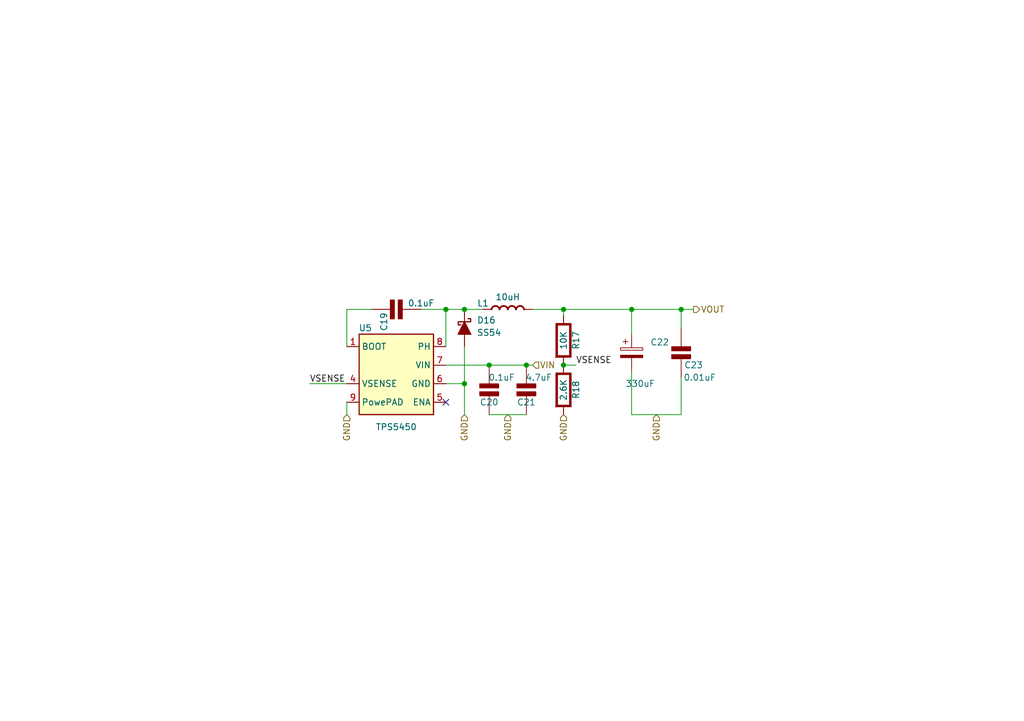
<source format=kicad_sch>
(kicad_sch (version 20231120) (generator "eeschema") (generator_version "8.0")
  (paper "A5")
  (lib_symbols
    (symbol "Device:C_Polarized" (pin_numbers hide) (pin_names (offset 0.254))
      (property "Reference" "C" (at 0.635 2.54 0))
      (property "Value" "C_Polarized" (at 0.635 -2.54 0))
      (symbol "C_Polarized_0_1"
        (rectangle (start -2.286 0.508) (end 2.286 1.016))
        (polyline (pts (xy -1.778 2.286) (xy -0.762 2.286)))
        (polyline (pts (xy -1.27 2.794) (xy -1.27 1.778)))
        (rectangle (start 2.286 -0.508) (end -2.286 -1.016) (fill (type outline)))
      )
      (symbol "C_Polarized_1_1"
        (pin passive line (at 0 3.81 270) (length 2.794) (name "~") (number "1"))
        (pin passive line (at 0 -3.81 90) (length 2.794) (name "~") (number "2"))
      )
    )
    (symbol "PCM_Diode_Schottky_AKL:SS54" (pin_numbers hide) (pin_names (offset 1.016) hide)
      (property "Reference" "D" (at 0 5.08 0))
      (property "Value" "SS54" (at 0 2.54 0))
      (symbol "SS54_0_1"
        (polyline (pts (xy -1.27 0) (xy 1.27 0)))
        (polyline (pts (xy -1.27 -1.27) (xy -1.27 1.27) (xy 1.27 0) (xy -1.27 -1.27)) (stroke (width 0.254)) (fill (type outline)))
        (polyline (pts (xy 1.905 -0.762) (xy 1.905 -1.27) (xy 1.27 -1.27) (xy 1.27 1.27) (xy 0.635 1.27) (xy 0.635 0.762)) (stroke (width 0.254)))
      )
      (symbol "SS54_0_2"
        (polyline (pts (xy -2.54 -2.54) (xy 2.54 2.54)))
        (polyline (pts (xy 0 1.778) (xy 1.778 0)) (stroke (width 0.254)))
        (polyline (pts (xy 0 1.778) (xy -0.381 1.397) (xy 0 1.016)) (stroke (width 0.254)))
        (polyline (pts (xy 1.778 0) (xy 2.159 0.381) (xy 1.778 0.762)) (stroke (width 0.254)))
        (polyline (pts (xy -0.889 -0.889) (xy -1.778 0) (xy 0.889 0.889) (xy 0 -1.778) (xy -0.889 -0.889)) (stroke (width 0.254)) (fill (type outline)))
      )
      (symbol "SS54_1_1"
        (pin passive line (at 3.81 0 180) (length 2.54) (name "K") (number "1"))
        (pin passive line (at -3.81 0 0) (length 2.54) (name "A") (number "2"))
      )
      (symbol "SS54_1_2"
        (pin passive line (at 2.54 2.54 180) (length 0) (name "K") (number "1"))
        (pin passive line (at -2.54 -2.54 0) (length 0) (name "A") (number "2"))
      )
    )
    (symbol "PCM_Elektuur:C" (pin_numbers hide) (pin_names (offset 0) hide)
      (property "Reference" "C" (at 0.635 3.175 0))
      (property "Value" "C" (at 0.635 -3.175 0))
      (symbol "C_1_1"
        (rectangle (start -1.905 -0.4318) (end 1.905 -1.1938) (stroke (width 0.254)) (fill (type outline)))
        (rectangle (start -1.905 1.1938) (end 1.905 0.4318) (stroke (width 0.254)) (fill (type outline)))
        (pin passive line (at 0 5.08 270) (length 3.8862) (name "+") (number "1"))
        (pin passive line (at 0 -5.08 90) (length 3.8862) (name "-") (number "2"))
      )
      (symbol "C_1_2"
        (polyline (pts (xy -1.905 -1.4986) (xy 1.905 -1.4986) (xy 1.905 -0.4318) (xy -1.905 -0.4318) (xy -1.905 -1.4986) (xy -1.8034 -1.397) (xy -1.8034 -0.5334) (xy 1.8034 -0.5334) (xy 1.8034 -1.397) (xy -1.8034 -1.397) (xy -1.905 -1.4986)) (stroke (width 0.254)) (fill (type outline)))
        (polyline (pts (xy -1.905 0.4318) (xy 1.905 0.4318) (xy 1.905 1.4986) (xy -1.905 1.4986) (xy -1.905 0.4318) (xy -1.8034 0.5334) (xy -1.8034 1.397) (xy 1.8034 1.397) (xy 1.8034 0.5334) (xy -1.8034 0.5334) (xy -1.905 0.4318)) (stroke (width 0.254)) (fill (type outline)))
        (pin passive line (at 0 5.08 270) (length 3.5814) (name "+") (number "1"))
        (pin passive line (at 0 -5.08 90) (length 3.5814) (name "-") (number "2"))
      )
    )
    (symbol "PCM_Elektuur:L" (pin_numbers hide) (pin_names (offset 0) hide)
      (property "Reference" "L" (at 2.54 3.175 0))
      (property "Value" "L" (at 2.54 -3.175 0))
      (symbol "L_1_0"
        (arc (start 0 -3.4036) (mid 0.762 -2.5146) (end 0 -1.6256) (stroke (width 0.254)))
        (arc (start 0 -3.302) (mid 0.6604 -2.5146) (end 0 -1.7272) (stroke (width 0.254)))
        (arc (start 0 -1.7272) (mid 0.762 -0.8382) (end 0 0.0508) (stroke (width 0.254)))
        (arc (start 0 -1.6256) (mid 0.6604 -0.8382) (end 0 -0.0508) (stroke (width 0.254)))
        (arc (start 0 -0.0508) (mid 0.762 0.8382) (end 0 1.7272) (stroke (width 0.254)))
        (polyline (pts (xy 0 -3.302) (xy 0 -3.5052)) (stroke (width 0.254)))
        (polyline (pts (xy 0 -1.6256) (xy 0 -1.7272)) (stroke (width 0.254)))
        (polyline (pts (xy 0 0.0508) (xy 0 -0.0508)) (stroke (width 0.254)))
        (polyline (pts (xy 0 1.7272) (xy 0 1.6256)) (stroke (width 0.254)))
        (polyline (pts (xy 0 3.5052) (xy 0 3.302)) (stroke (width 0.254)))
        (arc (start 0 0.0508) (mid 0.6604 0.8382) (end 0 1.6256) (stroke (width 0.254)))
        (arc (start 0 1.6256) (mid 0.762 2.5146) (end 0 3.4036) (stroke (width 0.254)))
        (arc (start 0 1.7272) (mid 0.6604 2.5146) (end 0 3.302) (stroke (width 0.254)))
        (pin passive line (at 0 5.08 270) (length 1.5748) (name "+") (number "1"))
        (pin passive line (at 0 -5.08 90) (length 1.5748) (name "-") (number "2"))
      )
      (symbol "L_1_2"
        (rectangle (start 1.524 3.3782) (end 1.9812 -3.3782) (stroke (width 0.254)) (fill (type outline)))
      )
      (symbol "L_1_3"
        (rectangle (start 1.524 -1.9304) (end 1.9812 -3.0988) (stroke (width 0.254)) (fill (type outline)))
        (rectangle (start 1.524 -0.254) (end 1.9812 -1.4224) (stroke (width 0.254)) (fill (type outline)))
        (rectangle (start 1.524 1.4224) (end 1.9812 0.254) (stroke (width 0.254)) (fill (type outline)))
        (rectangle (start 1.524 3.0988) (end 1.9812 1.9304) (stroke (width 0.254)) (fill (type outline)))
      )
    )
    (symbol "PCM_Elektuur:R" (pin_numbers hide) (pin_names (offset 0) hide)
      (property "Reference" "R" (at 2.54 3.175 0))
      (property "Value" "R" (at 0 0 90))
      (symbol "R_1_1"
        (polyline (pts (xy -1.524 -3.429) (xy 1.524 -3.429) (xy 1.524 3.429) (xy -1.524 3.429) (xy -1.524 -3.429) (xy -1.27 -3.175) (xy -1.27 3.175) (xy 1.27 3.175) (xy 1.27 -3.175) (xy -1.27 -3.175) (xy -1.524 -3.429)) (stroke (width 0.254)) (fill (type outline)))
        (pin passive line (at 0 5.08 270) (length 1.651) (name "+") (number "1"))
        (pin passive line (at 0 -5.08 90) (length 1.651) (name "-") (number "2"))
      )
      (symbol "R_1_2"
        (polyline (pts (xy -0.508 -3.429) (xy 1.524 -3.429) (xy 1.524 3.429) (xy -0.508 3.429) (xy -0.508 3.175) (xy 1.27 3.175) (xy 1.27 -3.175) (xy -0.508 -3.175) (xy -0.508 -3.429)) (stroke (width 0.254)) (fill (type outline)))
        (pin passive line (at 0 5.08 270) (length 1.651) (name "+") (number "1"))
        (pin passive line (at 0 -5.08 90) (length 1.651) (name "-") (number "2"))
      )
      (symbol "R_1_3"
        (polyline (pts (xy 0 3.4798) (xy 0 3.2004) (xy 0.7112 2.794) (xy -1.1938 1.6764) (xy 0.7112 0.5588) (xy -1.1938 -0.5588) (xy 0.7112 -1.6764) (xy -1.1938 -2.794) (xy 0 -3.4798) (xy 0 -3.2004) (xy -0.7112 -2.794) (xy 1.1938 -1.6764) (xy -0.7112 -0.5588) (xy 1.1938 0.5588) (xy -0.7112 1.6764) (xy 1.1938 2.794) (xy 0 3.4798)) (stroke (width 0.254)) (fill (type outline)))
        (pin passive line (at 0 5.08 270) (length 1.6002) (name "+") (number "1"))
        (pin passive line (at 0 -5.08 90) (length 1.6002) (name "-") (number "2"))
      )
      (symbol "R_1_4"
        (polyline (pts (xy 0 4.5466) (xy 0 4.2672) (xy 0.0508 4.2418) (xy 1.016 3.683) (xy -1.524 2.2098) (xy 1.016 0.7366) (xy -1.524 -0.7366) (xy 1.016 -2.2098) (xy -1.524 -3.683) (xy -0.0762 -4.5212) (xy 0 -4.5466) (xy 0 -4.2672) (xy -0.0508 -4.2418) (xy -1.016 -3.683) (xy 1.524 -2.2098) (xy -1.016 -0.7366) (xy 1.524 0.7366) (xy -1.016 2.2098) (xy 1.524 3.683) (xy 0.0762 4.5212) (xy 0 4.5466)) (stroke (width 0.254)) (fill (type outline)))
        (pin passive line (at 0 5.08 270) (length 0.5334) (name "+") (number "1"))
        (pin passive line (at 0 -5.08 90) (length 0.5334) (name "-") (number "2"))
      )
    )
    (symbol "Regulator_Switching_Addition:TPS5450"
      (property "Reference" "U" (at 5.842 8.89 0))
      (property "Value" "TPS5450" (at -0.508 9.144 0))
      (symbol "TPS5450_0_0"
        (rectangle (start -7.62 7.62) (end 7.62 -8.89) (stroke (width 0.254)) (fill (type background)))
      )
      (symbol "TPS5450_1_1"
        (pin input line (at -10.16 5.08 0) (length 2.54) (name "BOOT") (number "1"))
        (pin no_connect line (at -7.62 2.54 0) (length 2.54) hide (name "NC") (number "2"))
        (pin no_connect line (at -7.62 0 0) (length 2.54) hide (name "NC") (number "3"))
        (pin input line (at -10.16 -2.54 0) (length 2.54) (name "VSENSE") (number "4"))
        (pin input line (at 10.16 -6.35 180) (length 2.54) (name "ENA") (number "5"))
        (pin input line (at 10.16 -2.54 180) (length 2.54) (name "GND") (number "6"))
        (pin input line (at 10.16 1.27 180) (length 2.54) (name "VIN") (number "7"))
        (pin input line (at 10.16 5.08 180) (length 2.54) (name "PH") (number "8"))
        (pin input line (at -10.16 -6.35 0) (length 2.54) (name "PowePAD") (number "9"))
      )
    )
  )
  (junction (at 129.54 63.5))
  (junction (at 100.33 74.93))
  (junction (at 95.25 78.74))
  (junction (at 139.7 63.5))
  (junction (at 107.95 74.93))
  (junction (at 95.25 63.5))
  (junction (at 91.44 63.5))
  (junction (at 115.57 74.93))
  (junction (at 115.57 63.5))
  (no_connect (at 91.44 82.55))
  (wire (pts (xy 71.12 63.5) (xy 76.2 63.5)))
  (wire (pts (xy 91.44 78.74) (xy 95.25 78.74)))
  (wire (pts (xy 118.11 74.93) (xy 115.57 74.93)))
  (wire (pts (xy 109.22 63.5) (xy 115.57 63.5)))
  (wire (pts (xy 100.33 74.93) (xy 107.95 74.93)))
  (wire (pts (xy 115.57 64.77) (xy 115.57 63.5)))
  (wire (pts (xy 95.25 78.74) (xy 95.25 85.09)))
  (wire (pts (xy 129.54 63.5) (xy 129.54 68.58)))
  (wire (pts (xy 86.36 63.5) (xy 91.44 63.5)))
  (wire (pts (xy 91.44 63.5) (xy 95.25 63.5)))
  (wire (pts (xy 139.7 67.31) (xy 139.7 63.5)))
  (wire (pts (xy 71.12 85.09) (xy 71.12 82.55)))
  (wire (pts (xy 95.25 63.5) (xy 99.06 63.5)))
  (wire (pts (xy 100.33 85.09) (xy 107.95 85.09)))
  (wire (pts (xy 95.25 71.12) (xy 95.25 78.74)))
  (wire (pts (xy 129.54 76.2) (xy 129.54 85.09)))
  (wire (pts (xy 107.95 74.93) (xy 109.22 74.93)))
  (wire (pts (xy 71.12 71.12) (xy 71.12 63.5)))
  (wire (pts (xy 115.57 63.5) (xy 129.54 63.5)))
  (wire (pts (xy 129.54 63.5) (xy 139.7 63.5)))
  (wire (pts (xy 142.24 63.5) (xy 139.7 63.5)))
  (wire (pts (xy 129.54 85.09) (xy 139.7 85.09)))
  (wire (pts (xy 91.44 74.93) (xy 100.33 74.93)))
  (wire (pts (xy 63.5 78.74) (xy 71.12 78.74)))
  (wire (pts (xy 91.44 63.5) (xy 91.44 71.12)))
  (wire (pts (xy 139.7 77.47) (xy 139.7 85.09)))
  (label "VSENSE" (at 118.11 74.93 0))
  (label "VSENSE" (at 63.5 78.74 0))
  (hierarchical_label "GND" (shape input) (at 95.25 85.09 270))
  (hierarchical_label "GND" (shape input) (at 115.57 85.09 270))
  (hierarchical_label "GND" (shape input) (at 134.62 85.09 270))
  (hierarchical_label "VIN" (shape input) (at 109.22 74.93 0))
  (hierarchical_label "GND" (shape input) (at 104.14 85.09 270))
  (hierarchical_label "GND" (shape input) (at 71.12 85.09 270))
  (hierarchical_label "VOUT" (shape output) (at 142.24 63.5 0))
  (symbol (lib_id "PCM_Elektuur:C") (at 139.7 72.39 180) (unit 1)
    (property "Reference" "C23" (at 142.24 74.93 0))
    (property "Value" "0.01uF" (at 143.51 77.47 0))
    (property "Footprint" "Capacitor_SMD:C_0603_1608Metric_Pad1.08x0.95mm_HandSolder" (effects (hide yes)))
    (property "Description" "capacitor, non-polarized/bipolar" (effects (hide yes)))
    (property "Indicator" "+" (effects (hide yes)))
    (property "Rating" "V" (effects (hide yes)))
  )
  (symbol (lib_id "Regulator_Switching_Addition:TPS5450") (at 81.28 76.2 0) (unit 1)
    (property "Reference" "U5" (at 74.93 67.31 0))
    (property "Value" "TPS5450" (at 81.28 87.63 0))
    (property "Footprint" "Package_SO:SOIC-8-1EP_3.9x4.9mm_P1.27mm_EP2.29x3mm" (effects (hide yes)))
    (property "Datasheet" "https://www.ti.com.cn/cn/lit/ds/symlink/tps5450.pdf?ts=1731333510277" (effects (hide yes)))
    (property "Description" "5.5V 至 36V 输入 5A 500kHz 降压转换器" (effects (hide yes)))
  )
  (symbol (lib_id "PCM_Elektuur:C") (at 100.33 80.01 180) (unit 1)
    (property "Reference" "C20" (at 100.33 82.55 0))
    (property "Value" "0.1uF" (at 102.87 77.47 0))
    (property "Footprint" "Capacitor_SMD:C_0603_1608Metric_Pad1.08x0.95mm_HandSolder" (effects (hide yes)))
    (property "Description" "capacitor, non-polarized/bipolar" (effects (hide yes)))
    (property "Indicator" "+" (effects (hide yes)))
    (property "Rating" "V" (effects (hide yes)))
  )
  (symbol (lib_id "PCM_Elektuur:R") (at 115.57 80.01 0) (unit 1)
    (property "Reference" "R18" (at 118.11 80.01 90))
    (property "Value" "2.6K" (at 115.57 80.01 90))
    (property "Footprint" "PCM_Resistor_SMD_AKL:R_0603_1608Metric_Pad0.98x0.95mm_HandSolder" (effects (hide yes)))
    (property "Description" "resistor" (effects (hide yes)))
    (property "Indicator" "+" (effects (hide yes)))
    (property "Rating" "W" (effects (hide yes)))
  )
  (symbol (lib_id "PCM_Diode_Schottky_AKL:SS54") (at 95.25 67.31 90) (unit 1)
    (property "Reference" "D16" (at 97.79 65.7224 90) (effects (justify right)))
    (property "Value" "SS54" (at 97.79 68.2624 90) (effects (justify right)))
    (property "Footprint" "Diode_SMD:D_SMA_Handsoldering" (effects (hide yes)))
    (property "Datasheet" "https://www.laro.com.pl/pdf/ss56.pdf" (effects (hide yes)))
    (property "Description" "SMC Schottky diode, 40V, 5A, Alternate KiCAD Library" (effects (hide yes)))
  )
  (symbol (lib_id "PCM_Elektuur:C") (at 107.95 80.01 180) (unit 1)
    (property "Reference" "C21" (at 107.95 82.55 0))
    (property "Value" "4.7uF" (at 110.49 77.47 0))
    (property "Footprint" "Capacitor_SMD:C_0603_1608Metric_Pad1.08x0.95mm_HandSolder" (effects (hide yes)))
    (property "Description" "capacitor, non-polarized/bipolar" (effects (hide yes)))
    (property "Indicator" "+" (effects (hide yes)))
    (property "Rating" "V" (effects (hide yes)))
  )
  (symbol (lib_id "PCM_Elektuur:L") (at 104.14 63.5 90) (unit 1)
    (property "Reference" "L1" (at 99.06 62.23 90))
    (property "Value" "10uH" (at 104.14 60.96 90))
    (property "Footprint" "PCM_Inductor_SMD_Handsoldering_AKL:L_6.3x6.3_H3" (effects (hide yes)))
    (property "Description" "coil/winding/inductor/choke/reactor" (effects (hide yes)))
    (property "Indicator" "●" (effects (hide yes)))
    (property "Rating" "A" (effects (hide yes)))
  )
  (symbol (lib_id "PCM_Elektuur:R") (at 115.57 69.85 0) (unit 1)
    (property "Reference" "R17" (at 118.11 69.85 90))
    (property "Value" "10K" (at 115.57 69.85 90))
    (property "Footprint" "PCM_Resistor_SMD_AKL:R_0603_1608Metric_Pad0.98x0.95mm_HandSolder" (effects (hide yes)))
    (property "Description" "resistor" (effects (hide yes)))
    (property "Indicator" "+" (effects (hide yes)))
    (property "Rating" "W" (effects (hide yes)))
  )
  (symbol (lib_id "Device:C_Polarized") (at 129.54 72.39 0) (unit 1)
    (property "Reference" "C22" (at 133.35 70.2309 0) (effects (justify left)))
    (property "Value" "330uF" (at 128.27 78.74 0) (effects (justify left)))
    (property "Footprint" "Capacitor_Tantalum_SMD:CP_EIA-6032-15_Kemet-U_Pad2.25x2.35mm_HandSolder" (effects (hide yes)))
    (property "Description" "Polarized capacitor" (effects (hide yes)))
  )
  (symbol (lib_id "PCM_Elektuur:C") (at 81.28 63.5 90) (unit 1)
    (property "Reference" "C19" (at 78.74 66.04 0))
    (property "Value" "0.1uF" (at 86.36 62.23 90))
    (property "Footprint" "Capacitor_SMD:C_0603_1608Metric_Pad1.08x0.95mm_HandSolder" (effects (hide yes)))
    (property "Description" "capacitor, non-polarized/bipolar" (effects (hide yes)))
    (property "Indicator" "+" (effects (hide yes)))
    (property "Rating" "V" (effects (hide yes)))
  )
)
</source>
